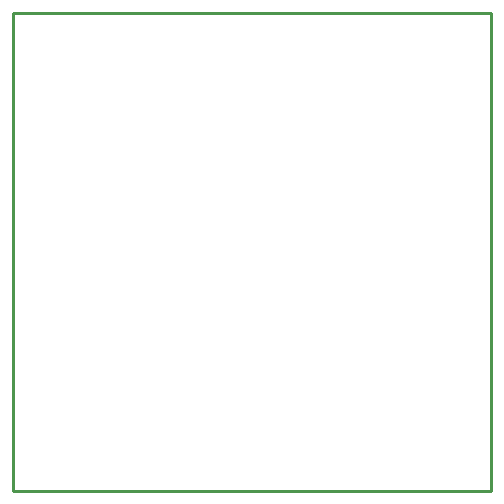
<source format=gm1>
G04 #@! TF.GenerationSoftware,KiCad,Pcbnew,7.0.2-6a45011f42~172~ubuntu22.04.1*
G04 #@! TF.CreationDate,2023-07-30T19:01:30-07:00*
G04 #@! TF.ProjectId,driver_40mm_atmega_v0p5,64726976-6572-45f3-9430-6d6d5f61746d,rev?*
G04 #@! TF.SameCoordinates,Original*
G04 #@! TF.FileFunction,Profile,NP*
%FSLAX46Y46*%
G04 Gerber Fmt 4.6, Leading zero omitted, Abs format (unit mm)*
G04 Created by KiCad (PCBNEW 7.0.2-6a45011f42~172~ubuntu22.04.1) date 2023-07-30 19:01:30*
%MOMM*%
%LPD*%
G01*
G04 APERTURE LIST*
G04 #@! TA.AperFunction,Profile*
%ADD10C,0.250000*%
G04 #@! TD*
G04 APERTURE END LIST*
D10*
X49800000Y-90200000D02*
X90200000Y-90200000D01*
X90200000Y-90200000D02*
X90200000Y-49800000D01*
X49800000Y-49800000D02*
X49800000Y-90200000D01*
X90200000Y-49800000D02*
X49800000Y-49800000D01*
M02*

</source>
